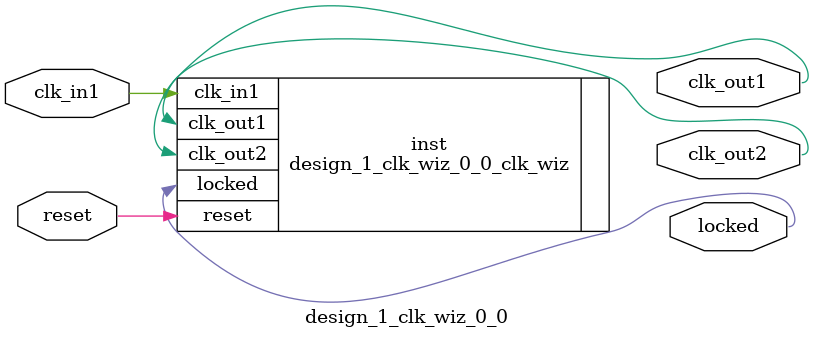
<source format=v>


`timescale 1ps/1ps

(* CORE_GENERATION_INFO = "design_1_clk_wiz_0_0,clk_wiz_v6_0_11_0_0,{component_name=design_1_clk_wiz_0_0,use_phase_alignment=false,use_min_o_jitter=false,use_max_i_jitter=false,use_dyn_phase_shift=false,use_inclk_switchover=false,use_dyn_reconfig=false,enable_axi=0,feedback_source=FDBK_AUTO,PRIMITIVE=MMCM,num_out_clk=2,clkin1_period=10.001,clkin2_period=10.000,use_power_down=false,use_reset=true,use_locked=true,use_inclk_stopped=false,feedback_type=SINGLE,CLOCK_MGR_TYPE=NA,manual_override=false}" *)

module design_1_clk_wiz_0_0 
 (
  // Clock out ports
  output        clk_out1,
  output        clk_out2,
  // Status and control signals
  input         reset,
  output        locked,
 // Clock in ports
  input         clk_in1
 );

  design_1_clk_wiz_0_0_clk_wiz inst
  (
  // Clock out ports  
  .clk_out1(clk_out1),
  .clk_out2(clk_out2),
  // Status and control signals               
  .reset(reset), 
  .locked(locked),
 // Clock in ports
  .clk_in1(clk_in1)
  );

endmodule

</source>
